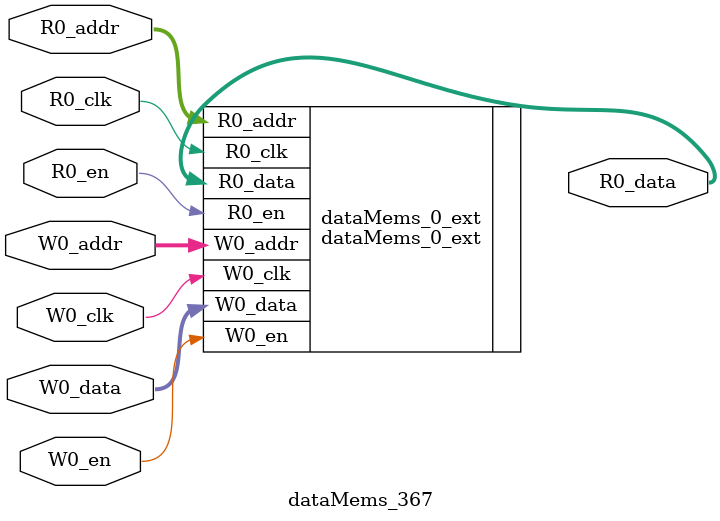
<source format=sv>
`ifndef RANDOMIZE
  `ifdef RANDOMIZE_REG_INIT
    `define RANDOMIZE
  `endif // RANDOMIZE_REG_INIT
`endif // not def RANDOMIZE
`ifndef RANDOMIZE
  `ifdef RANDOMIZE_MEM_INIT
    `define RANDOMIZE
  `endif // RANDOMIZE_MEM_INIT
`endif // not def RANDOMIZE

`ifndef RANDOM
  `define RANDOM $random
`endif // not def RANDOM

// Users can define 'PRINTF_COND' to add an extra gate to prints.
`ifndef PRINTF_COND_
  `ifdef PRINTF_COND
    `define PRINTF_COND_ (`PRINTF_COND)
  `else  // PRINTF_COND
    `define PRINTF_COND_ 1
  `endif // PRINTF_COND
`endif // not def PRINTF_COND_

// Users can define 'ASSERT_VERBOSE_COND' to add an extra gate to assert error printing.
`ifndef ASSERT_VERBOSE_COND_
  `ifdef ASSERT_VERBOSE_COND
    `define ASSERT_VERBOSE_COND_ (`ASSERT_VERBOSE_COND)
  `else  // ASSERT_VERBOSE_COND
    `define ASSERT_VERBOSE_COND_ 1
  `endif // ASSERT_VERBOSE_COND
`endif // not def ASSERT_VERBOSE_COND_

// Users can define 'STOP_COND' to add an extra gate to stop conditions.
`ifndef STOP_COND_
  `ifdef STOP_COND
    `define STOP_COND_ (`STOP_COND)
  `else  // STOP_COND
    `define STOP_COND_ 1
  `endif // STOP_COND
`endif // not def STOP_COND_

// Users can define INIT_RANDOM as general code that gets injected into the
// initializer block for modules with registers.
`ifndef INIT_RANDOM
  `define INIT_RANDOM
`endif // not def INIT_RANDOM

// If using random initialization, you can also define RANDOMIZE_DELAY to
// customize the delay used, otherwise 0.002 is used.
`ifndef RANDOMIZE_DELAY
  `define RANDOMIZE_DELAY 0.002
`endif // not def RANDOMIZE_DELAY

// Define INIT_RANDOM_PROLOG_ for use in our modules below.
`ifndef INIT_RANDOM_PROLOG_
  `ifdef RANDOMIZE
    `ifdef VERILATOR
      `define INIT_RANDOM_PROLOG_ `INIT_RANDOM
    `else  // VERILATOR
      `define INIT_RANDOM_PROLOG_ `INIT_RANDOM #`RANDOMIZE_DELAY begin end
    `endif // VERILATOR
  `else  // RANDOMIZE
    `define INIT_RANDOM_PROLOG_
  `endif // RANDOMIZE
`endif // not def INIT_RANDOM_PROLOG_

// Include register initializers in init blocks unless synthesis is set
`ifndef SYNTHESIS
  `ifndef ENABLE_INITIAL_REG_
    `define ENABLE_INITIAL_REG_
  `endif // not def ENABLE_INITIAL_REG_
`endif // not def SYNTHESIS

// Include rmemory initializers in init blocks unless synthesis is set
`ifndef SYNTHESIS
  `ifndef ENABLE_INITIAL_MEM_
    `define ENABLE_INITIAL_MEM_
  `endif // not def ENABLE_INITIAL_MEM_
`endif // not def SYNTHESIS

module dataMems_367(	// @[generators/ara/src/main/scala/UnsafeAXI4ToTL.scala:365:62]
  input  [4:0]  R0_addr,
  input         R0_en,
  input         R0_clk,
  output [66:0] R0_data,
  input  [4:0]  W0_addr,
  input         W0_en,
  input         W0_clk,
  input  [66:0] W0_data
);

  dataMems_0_ext dataMems_0_ext (	// @[generators/ara/src/main/scala/UnsafeAXI4ToTL.scala:365:62]
    .R0_addr (R0_addr),
    .R0_en   (R0_en),
    .R0_clk  (R0_clk),
    .R0_data (R0_data),
    .W0_addr (W0_addr),
    .W0_en   (W0_en),
    .W0_clk  (W0_clk),
    .W0_data (W0_data)
  );
endmodule


</source>
